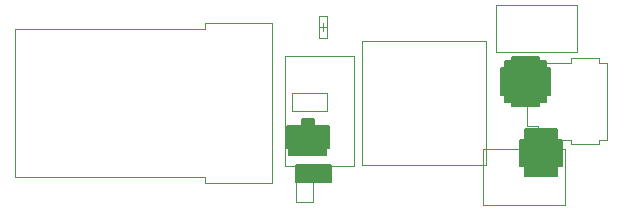
<source format=gbr>
%TF.GenerationSoftware,Altium Limited,Altium Designer,20.2.5 (213)*%
G04 Layer_Color=32768*
%FSLAX26Y26*%
%MOIN*%
%TF.SameCoordinates,0FE6C2C3-B7F4-45EC-A48D-0F423D7CACB9*%
%TF.FilePolarity,Positive*%
%TF.FileFunction,Other,Mechanical_15*%
%TF.Part,Single*%
G01*
G75*
%TA.AperFunction,NonConductor*%
%ADD37C,0.006000*%
%ADD39C,0.003937*%
%ADD70C,0.001968*%
G36*
X2571629Y2000527D02*
X2596251D01*
Y1975905D01*
X2608251D01*
Y1887039D01*
X2596251D01*
Y1862417D01*
X2571629D01*
Y1850417D01*
X2482763D01*
Y1862417D01*
X2458141D01*
Y1887039D01*
X2446141D01*
Y1975905D01*
X2458141D01*
Y2000527D01*
X2482763D01*
Y2012527D01*
X2571629D01*
Y2000527D01*
D02*
G37*
G36*
X1820039Y1784560D02*
X1870039D01*
Y1709441D01*
X1860394D01*
Y1687001D01*
X1739606D01*
Y1709441D01*
X1729961D01*
Y1784560D01*
X1779961D01*
X1780000Y1807001D01*
X1820039D01*
Y1784560D01*
D02*
G37*
G36*
X2630001Y1737724D02*
X2648623D01*
Y1650795D01*
X2630001D01*
Y1615205D01*
X2525197D01*
Y1650795D01*
X2506575D01*
Y1737724D01*
X2525197D01*
Y1773315D01*
X2630001D01*
Y1737724D01*
D02*
G37*
G36*
X1878500Y1596001D02*
X1761500D01*
Y1654001D01*
X1878500D01*
Y1596001D01*
D02*
G37*
D37*
X2458140Y1862416D02*
X2482762D01*
Y1850416D02*
Y1862416D01*
Y1850416D02*
X2571630D01*
Y1862416D01*
X2596252D01*
Y1887038D01*
X2608252D01*
Y1975904D01*
X2596252D02*
X2608252D01*
X2596252D02*
Y2000526D01*
X2571630D02*
X2596252D01*
X2571630D02*
Y2012526D01*
X2482762D02*
X2571630D01*
X2482762Y2000526D02*
Y2012526D01*
X2458140Y2000526D02*
X2482762D01*
X2458140Y1975904D02*
Y2000526D01*
X2446140Y1975904D02*
X2458140D01*
X2446140Y1887038D02*
Y1975904D01*
Y1887038D02*
X2458140D01*
Y1862416D02*
Y1887038D01*
X2506576Y1650796D02*
Y1737724D01*
X2525198D01*
Y1773314D01*
X2630000D01*
Y1737724D02*
Y1773314D01*
Y1737724D02*
X2648622D01*
Y1650796D02*
Y1737724D01*
X2630000Y1650796D02*
X2648622D01*
X2630000Y1615204D02*
Y1650796D01*
X2525198Y1615204D02*
X2630000D01*
X2525198D02*
Y1650796D01*
X2506576D02*
X2525198D01*
X1761500Y1596000D02*
X1878500D01*
X1761500D02*
Y1654000D01*
X1878500D01*
Y1596000D02*
Y1654000D01*
X1740000Y1687000D02*
X1860000D01*
X1860394D02*
Y1709442D01*
X1739606Y1687000D02*
Y1709442D01*
X1860394D02*
X1870040D01*
X1729960D02*
X1739606D01*
X1729960D02*
Y1784560D01*
X1779960D01*
Y1807000D01*
X1820040D01*
X1820000D02*
X1820040Y1784560D01*
X1870040D01*
Y1709442D02*
Y1784560D01*
D39*
X1840188Y2113000D02*
X1863810D01*
X1852000Y2101190D02*
Y2124812D01*
X1865780Y2077568D02*
Y2148434D01*
X1838220Y2077568D02*
Y2148434D01*
X1865780D01*
X1838220Y2077568D02*
X1865780D01*
X2384204Y1518512D02*
Y1707488D01*
Y1518512D02*
X2659796D01*
Y1707488D01*
X2384204D02*
X2659796D01*
D70*
X1749536Y1891938D02*
X1866464D01*
X1749536Y1834064D02*
X1866464D01*
X1749536D02*
Y1891938D01*
X1866464Y1834064D02*
Y1891938D01*
X1818938Y1528536D02*
Y1645464D01*
X1761064Y1528536D02*
Y1645464D01*
Y1528536D02*
X1818938D01*
X1761064Y1645464D02*
X1818938D01*
X2567520Y1737284D02*
Y1784528D01*
X2532086D02*
X2567520D01*
X2532086D02*
Y1945944D01*
X2567520D01*
Y1993190D01*
X2679724D01*
Y2008938D01*
X2770276D01*
Y1993190D02*
Y2008938D01*
Y1993190D02*
X2797834D01*
Y1737284D02*
Y1993190D01*
X2770276Y1737284D02*
X2797834D01*
X2770276Y1721536D02*
Y1737284D01*
X2679724Y1721536D02*
X2770276D01*
X2679724D02*
Y1737284D01*
X2567520D02*
X2679724D01*
X2427174Y2028260D02*
X2698826D01*
X2427174D02*
Y2185740D01*
X2698826D01*
Y2028260D02*
Y2185740D01*
X1723858Y1649174D02*
Y2017284D01*
X1956142D01*
Y1649174D02*
Y2017284D01*
X1723858Y1649174D02*
X1956142D01*
X1983021Y2065339D02*
X2396407D01*
X1983021Y1651953D02*
Y2065339D01*
Y1651953D02*
X2396407D01*
Y2065339D01*
X1457166Y2106064D02*
Y2125748D01*
Y1594252D02*
Y1613938D01*
X825276Y2106064D02*
X1457166D01*
X825276Y1613938D02*
X1457166D01*
X825276D02*
Y2106064D01*
X1457166Y2125748D02*
X1681574D01*
Y1594252D02*
Y2125748D01*
X1457166Y1594252D02*
X1681574D01*
%TF.MD5,8b721c7e73bb4f028e9e1193635dce0e*%
M02*

</source>
